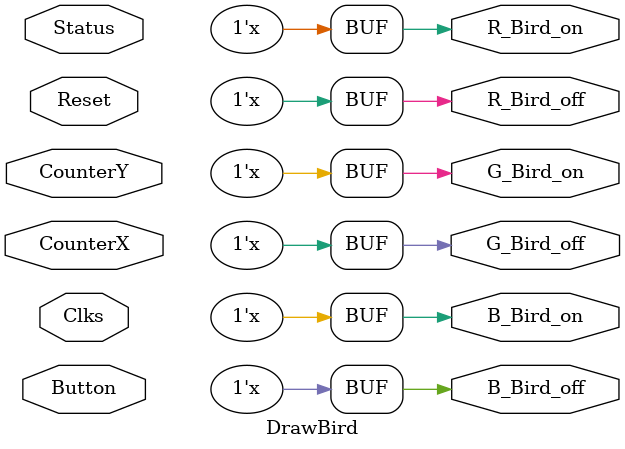
<source format=v>
`timescale 1ns / 1ps

//////////////////////////////////////////////////////////////////////////////////
module DrawBird(input [24:0] Clks,Reset,CounterX,CounterY,Button,Status,output reg R_Bird_on,G_Bird_on,B_Bird_on,R_Bird_off,G_Bird_off,B_Bird_off);
//////////////////////////////////////////////////////////////////////////////////
reg [15:0] BirdPositionX = 100;
reg [15:0] BirdPositionY = 150;
reg [15:0] Gravity = 0;
reg [15:0] ForceUp = 0;
reg [15:0] BirdAnimation = 0;
reg Start = 0;

always @ (posedge Clks[18])
begin
		if (!Reset)
		begin
		BirdPositionX <= 100;
		BirdPositionY <= 150;
		Gravity <= 0;
		ForceUp <= 0;
		Start <= 0;
		end
		else if (Start == 0 && !Button) Start <= 1;
		else if (!Button && BirdPositionY > 8 && Start == 1 && Status == 1) 
			begin
			Gravity <= 0;
			BirdPositionY <= BirdPositionY - ForceUp;
			if (ForceUp<5) ForceUp <= ForceUp + 1;
		end
		else if (BirdPositionY > 385) BirdPositionY <= 390;
		else if ((BirdPositionY < 390 && Start == 1) || Status == 0)
			begin
			ForceUp <= 0;
			BirdPositionY <= BirdPositionY + Gravity;
			if (Gravity<10) Gravity <= Gravity + 1;
			end
		else if(BirdPositionY < 8) BirdPositionY <= 8;
end
//////////////////////////////////////////////////////////////////////////////////
always @ (posedge Clks[20])
begin
		if (BirdAnimation == 2 || !Reset) BirdAnimation <= 0;
		else if (Gravity > 0 && Status == 0) BirdAnimation <= 3;
		else if (Gravity > 0) BirdAnimation <= 0;
		else if (BirdAnimation < 2) BirdAnimation <= BirdAnimation + 1;
end
//////////////////////////////////////////////////////////////////////////////////
reg BirdBlack,BirdWhite,BirdYellow,BirdRed;
always @ (CounterX or CounterY)
begin
if (BirdAnimation == 0)
begin
BirdBlack <= (CounterX>=BirdPositionX+18) && (CounterX<=BirdPositionX+36) && (CounterY>=BirdPositionY+0) && (CounterY<=BirdPositionY+3)

||          (CounterX>=BirdPositionX+12) && (CounterX<=BirdPositionX+18) && (CounterY>=BirdPositionY+3) && (CounterY<=BirdPositionY+6)
||          (CounterX>=BirdPositionX+27) && (CounterX<=BirdPositionX+30) && (CounterY>=BirdPositionY+3) && (CounterY<=BirdPositionY+6)
||          (CounterX>=BirdPositionX+36) && (CounterX<=BirdPositionX+39) && (CounterY>=BirdPositionY+3) && (CounterY<=BirdPositionY+6)

||	(CounterX>=BirdPositionX+9) && (CounterX<=BirdPositionX+12) && (CounterY>=BirdPositionY+6) && (CounterY<=BirdPositionY+9)
||	(CounterX>=BirdPositionX+24) && (CounterX<=BirdPositionX+27) && (CounterY>=BirdPositionY+6) && (CounterY<=BirdPositionY+9)
||	(CounterX>=BirdPositionX+39) && (CounterX<=BirdPositionX+42) && (CounterY>=BirdPositionY+6) && (CounterY<=BirdPositionY+9)

||	(CounterX>=BirdPositionX+3) && (CounterX<=BirdPositionX+15) && (CounterY>=BirdPositionY+9) && (CounterY<=BirdPositionY+12)
||	(CounterX>=BirdPositionX+24) && (CounterX<=BirdPositionX+27) && (CounterY>=BirdPositionY+9) && (CounterY<=BirdPositionY+12)
||	(CounterX>=BirdPositionX+36) && (CounterX<=BirdPositionX+39) && (CounterY>=BirdPositionY+9) && (CounterY<=BirdPositionY+12)
||	(CounterX>=BirdPositionX+42) && (CounterX<=BirdPositionX+45) && (CounterY>=BirdPositionY+9) && (CounterY<=BirdPositionY+12)

||	(CounterX>=BirdPositionX+0) && (CounterX<=BirdPositionX+3) && (CounterY>=BirdPositionY+12) && (CounterY<=BirdPositionY+15)
||	(CounterX>=BirdPositionX+15) && (CounterX<=BirdPositionX+18) && (CounterY>=BirdPositionY+12) && (CounterY<=BirdPositionY+15)
||	(CounterX>=BirdPositionX+24) && (CounterX<=BirdPositionX+27) && (CounterY>=BirdPositionY+12) && (CounterY<=BirdPositionY+15)
||	(CounterX>=BirdPositionX+36) && (CounterX<=BirdPositionX+39) && (CounterY>=BirdPositionY+12) && (CounterY<=BirdPositionY+15)
||	(CounterX>=BirdPositionX+42) && (CounterX<=BirdPositionX+45) && (CounterY>=BirdPositionY+12) && (CounterY<=BirdPositionY+15)

||	(CounterX>=BirdPositionX+0) && (CounterX<=BirdPositionX+3) && (CounterY>=BirdPositionY+15) && (CounterY<=BirdPositionY+18)
||	(CounterX>=BirdPositionX+18) && (CounterX<=BirdPositionX+21) && (CounterY>=BirdPositionY+15) && (CounterY<=BirdPositionY+18)
||	(CounterX>=BirdPositionX+27) && (CounterX<=BirdPositionX+30) && (CounterY>=BirdPositionY+15) && (CounterY<=BirdPositionY+18)
||	(CounterX>=BirdPositionX+42) && (CounterX<=BirdPositionX+45) && (CounterY>=BirdPositionY+15) && (CounterY<=BirdPositionY+18)

||	(CounterX>=BirdPositionX+0) && (CounterX<=BirdPositionX+3) && (CounterY>=BirdPositionY+18) && (CounterY<=BirdPositionY+21)
||	(CounterX>=BirdPositionX+18) && (CounterX<=BirdPositionX+21) && (CounterY>=BirdPositionY+18) && (CounterY<=BirdPositionY+21)
||	(CounterX>=BirdPositionX+30) && (CounterX<=BirdPositionX+48) && (CounterY>=BirdPositionY+18) && (CounterY<=BirdPositionY+21)

||	(CounterX>=BirdPositionX+3) && (CounterX<=BirdPositionX+6) && (CounterY>=BirdPositionY+21) && (CounterY<=BirdPositionY+24)
||	(CounterX>=BirdPositionX+15) && (CounterX<=BirdPositionX+18) && (CounterY>=BirdPositionY+21) && (CounterY<=BirdPositionY+24)
||	(CounterX>=BirdPositionX+27) && (CounterX<=BirdPositionX+30) && (CounterY>=BirdPositionY+21) && (CounterY<=BirdPositionY+24)
||	(CounterX>=BirdPositionX+48) && (CounterX<=BirdPositionX+51) && (CounterY>=BirdPositionY+21) && (CounterY<=BirdPositionY+24)

||	(CounterX>=BirdPositionX+6) && (CounterX<=BirdPositionX+15) && (CounterY>=BirdPositionY+24) && (CounterY<=BirdPositionY+27)
||	(CounterX>=BirdPositionX+24) && (CounterX<=BirdPositionX+27) && (CounterY>=BirdPositionY+24) && (CounterY<=BirdPositionY+27)
||	(CounterX>=BirdPositionX+30) && (CounterX<=BirdPositionX+48) && (CounterY>=BirdPositionY+24) && (CounterY<=BirdPositionY+27)

||	(CounterX>=BirdPositionX+6) && (CounterX<=BirdPositionX+9) && (CounterY>=BirdPositionY+27) && (CounterY<=BirdPositionY+30)
||	(CounterX>=BirdPositionX+27) && (CounterX<=BirdPositionX+30) && (CounterY>=BirdPositionY+27) && (CounterY<=BirdPositionY+30)
||	(CounterX>=BirdPositionX+45) && (CounterX<=BirdPositionX+48) && (CounterY>=BirdPositionY+27) && (CounterY<=BirdPositionY+30)

||	(CounterX>=BirdPositionX+9) && (CounterX<=BirdPositionX+15) && (CounterY>=BirdPositionY+30) && (CounterY<=BirdPositionY+33)
||	(CounterX>=BirdPositionX+30) && (CounterX<=BirdPositionX+45) && (CounterY>=BirdPositionY+30) && (CounterY<=BirdPositionY+33)

||	(CounterX>=BirdPositionX+15) && (CounterX<=BirdPositionX+30) && (CounterY>=BirdPositionY+33) && (CounterY<=BirdPositionY+36); 

BirdWhite <= (CounterX>=BirdPositionX+18) && (CounterX<=BirdPositionX+27) && (CounterY>=BirdPositionY+3) && (CounterY<=BirdPositionY+6)
||          (CounterX>=BirdPositionX+30) && (CounterX<=BirdPositionX+36) && (CounterY>=BirdPositionY+3) && (CounterY<=BirdPositionY+6)

||          (CounterX>=BirdPositionX+12) && (CounterX<=BirdPositionX+18) && (CounterY>=BirdPositionY+6) && (CounterY<=BirdPositionY+9)
||          (CounterX>=BirdPositionX+27) && (CounterX<=BirdPositionX+39) && (CounterY>=BirdPositionY+6) && (CounterY<=BirdPositionY+9)

||          (CounterX>=BirdPositionX+27) && (CounterX<=BirdPositionX+36) && (CounterY>=BirdPositionY+9) && (CounterY<=BirdPositionY+12)
||          (CounterX>=BirdPositionX+39) && (CounterX<=BirdPositionX+42) && (CounterY>=BirdPositionY+9) && (CounterY<=BirdPositionY+12)

||          (CounterX>=BirdPositionX+3) && (CounterX<=BirdPositionX+15) && (CounterY>=BirdPositionY+12) && (CounterY<=BirdPositionY+15)
||          (CounterX>=BirdPositionX+27) && (CounterX<=BirdPositionX+36) && (CounterY>=BirdPositionY+12) && (CounterY<=BirdPositionY+15)
||          (CounterX>=BirdPositionX+39) && (CounterX<=BirdPositionX+42) && (CounterY>=BirdPositionY+12) && (CounterY<=BirdPositionY+15)

||          (CounterX>=BirdPositionX+3) && (CounterX<=BirdPositionX+18) && (CounterY>=BirdPositionY+15) && (CounterY<=BirdPositionY+18)
||          (CounterX>=BirdPositionX+30) && (CounterX<=BirdPositionX+42) && (CounterY>=BirdPositionY+15) && (CounterY<=BirdPositionY+18)

||          (CounterX>=BirdPositionX+6) && (CounterX<=BirdPositionX+15) && (CounterY>=BirdPositionY+18) && (CounterY<=BirdPositionY+21);

BirdYellow <= (CounterX>=BirdPositionX+18) && (CounterX<=BirdPositionX+24) && (CounterY>=BirdPositionY+6) && (CounterY<=BirdPositionY+9)

||          (CounterX>=BirdPositionX+15) && (CounterX<=BirdPositionX+24) && (CounterY>=BirdPositionY+9) && (CounterY<=BirdPositionY+12)

||          (CounterX>=BirdPositionX+18) && (CounterX<=BirdPositionX+24) && (CounterY>=BirdPositionY+12) && (CounterY<=BirdPositionY+15)

||          (CounterX>=BirdPositionX+21) && (CounterX<=BirdPositionX+27) && (CounterY>=BirdPositionY+15) && (CounterY<=BirdPositionY+18)

||          (CounterX>=BirdPositionX+3) && (CounterX<=BirdPositionX+6) && (CounterY>=BirdPositionY+18) && (CounterY<=BirdPositionY+21)
||          (CounterX>=BirdPositionX+15) && (CounterX<=BirdPositionX+18) && (CounterY>=BirdPositionY+18) && (CounterY<=BirdPositionY+21)
||          (CounterX>=BirdPositionX+21) && (CounterX<=BirdPositionX+30) && (CounterY>=BirdPositionY+18) && (CounterY<=BirdPositionY+21)

||          (CounterX>=BirdPositionX+6) && (CounterX<=BirdPositionX+15) && (CounterY>=BirdPositionY+21) && (CounterY<=BirdPositionY+24)
||          (CounterX>=BirdPositionX+18) && (CounterX<=BirdPositionX+27) && (CounterY>=BirdPositionY+21) && (CounterY<=BirdPositionY+24)

||          (CounterX>=BirdPositionX+15) && (CounterX<=BirdPositionX+24) && (CounterY>=BirdPositionY+24) && (CounterY<=BirdPositionY+27)

||          (CounterX>=BirdPositionX+9) && (CounterX<=BirdPositionX+27) && (CounterY>=BirdPositionY+27) && (CounterY<=BirdPositionY+30)

||          (CounterX>=BirdPositionX+15) && (CounterX<=BirdPositionX+30) && (CounterY>=BirdPositionY+30) && (CounterY<=BirdPositionY+33);

BirdRed <= (CounterX>=BirdPositionX+30) && (CounterX<=BirdPositionX+48) && (CounterY>=BirdPositionY+21) && (CounterY<=BirdPositionY+24)

||          (CounterX>=BirdPositionX+27) && (CounterX<=BirdPositionX+30) && (CounterY>=BirdPositionY+24) && (CounterY<=BirdPositionY+27)

||          (CounterX>=BirdPositionX+30) && (CounterX<=BirdPositionX+45) && (CounterY>=BirdPositionY+27) && (CounterY<=BirdPositionY+30);
end

///////////////////////////////////////////////////////////////////////////////////////////////////////////////////////////////////////////

else if (BirdAnimation == 1)
begin
BirdBlack <= (CounterX>=BirdPositionX+18) && (CounterX<=BirdPositionX+36) && (CounterY>=BirdPositionY+0) && (CounterY<=BirdPositionY+3)

||          (CounterX>=BirdPositionX+12) && (CounterX<=BirdPositionX+18) && (CounterY>=BirdPositionY+3) && (CounterY<=BirdPositionY+6)
||          (CounterX>=BirdPositionX+27) && (CounterX<=BirdPositionX+30) && (CounterY>=BirdPositionY+3) && (CounterY<=BirdPositionY+6)
||          (CounterX>=BirdPositionX+36) && (CounterX<=BirdPositionX+39) && (CounterY>=BirdPositionY+3) && (CounterY<=BirdPositionY+6)

||	(CounterX>=BirdPositionX+9) && (CounterX<=BirdPositionX+12) && (CounterY>=BirdPositionY+6) && (CounterY<=BirdPositionY+9)
||	(CounterX>=BirdPositionX+24) && (CounterX<=BirdPositionX+27) && (CounterY>=BirdPositionY+6) && (CounterY<=BirdPositionY+9)
||	(CounterX>=BirdPositionX+39) && (CounterX<=BirdPositionX+42) && (CounterY>=BirdPositionY+6) && (CounterY<=BirdPositionY+9)

||	(CounterX>=BirdPositionX+6) && (CounterX<=BirdPositionX+9) && (CounterY>=BirdPositionY+9) && (CounterY<=BirdPositionY+12)
||	(CounterX>=BirdPositionX+24) && (CounterX<=BirdPositionX+27) && (CounterY>=BirdPositionY+9) && (CounterY<=BirdPositionY+12)
||	(CounterX>=BirdPositionX+36) && (CounterX<=BirdPositionX+39) && (CounterY>=BirdPositionY+9) && (CounterY<=BirdPositionY+12)
||	(CounterX>=BirdPositionX+42) && (CounterX<=BirdPositionX+45) && (CounterY>=BirdPositionY+9) && (CounterY<=BirdPositionY+12)

||	(CounterX>=BirdPositionX+3) && (CounterX<=BirdPositionX+18) && (CounterY>=BirdPositionY+12) && (CounterY<=BirdPositionY+15)
||	(CounterX>=BirdPositionX+24) && (CounterX<=BirdPositionX+27) && (CounterY>=BirdPositionY+12) && (CounterY<=BirdPositionY+15)
||	(CounterX>=BirdPositionX+36) && (CounterX<=BirdPositionX+39) && (CounterY>=BirdPositionY+12) && (CounterY<=BirdPositionY+15)
||	(CounterX>=BirdPositionX+42) && (CounterX<=BirdPositionX+45) && (CounterY>=BirdPositionY+12) && (CounterY<=BirdPositionY+15)

||	(CounterX>=BirdPositionX+0) && (CounterX<=BirdPositionX+3) && (CounterY>=BirdPositionY+15) && (CounterY<=BirdPositionY+18)
||	(CounterX>=BirdPositionX+18) && (CounterX<=BirdPositionX+21) && (CounterY>=BirdPositionY+15) && (CounterY<=BirdPositionY+18)
||	(CounterX>=BirdPositionX+27) && (CounterX<=BirdPositionX+30) && (CounterY>=BirdPositionY+15) && (CounterY<=BirdPositionY+18)
||	(CounterX>=BirdPositionX+42) && (CounterX<=BirdPositionX+45) && (CounterY>=BirdPositionY+15) && (CounterY<=BirdPositionY+18)

||	(CounterX>=BirdPositionX+0) && (CounterX<=BirdPositionX+3) && (CounterY>=BirdPositionY+18) && (CounterY<=BirdPositionY+21)
||	(CounterX>=BirdPositionX+18) && (CounterX<=BirdPositionX+21) && (CounterY>=BirdPositionY+18) && (CounterY<=BirdPositionY+21)
||	(CounterX>=BirdPositionX+30) && (CounterX<=BirdPositionX+48) && (CounterY>=BirdPositionY+18) && (CounterY<=BirdPositionY+21)

||	(CounterX>=BirdPositionX+3) && (CounterX<=BirdPositionX+18) && (CounterY>=BirdPositionY+21) && (CounterY<=BirdPositionY+24)
||	(CounterX>=BirdPositionX+27) && (CounterX<=BirdPositionX+30) && (CounterY>=BirdPositionY+21) && (CounterY<=BirdPositionY+24)
||	(CounterX>=BirdPositionX+48) && (CounterX<=BirdPositionX+51) && (CounterY>=BirdPositionY+21) && (CounterY<=BirdPositionY+24)

||	(CounterX>=BirdPositionX+6) && (CounterX<=BirdPositionX+9) && (CounterY>=BirdPositionY+24) && (CounterY<=BirdPositionY+27)
||	(CounterX>=BirdPositionX+24) && (CounterX<=BirdPositionX+27) && (CounterY>=BirdPositionY+24) && (CounterY<=BirdPositionY+27)
||	(CounterX>=BirdPositionX+30) && (CounterX<=BirdPositionX+48) && (CounterY>=BirdPositionY+24) && (CounterY<=BirdPositionY+27)

||	(CounterX>=BirdPositionX+6) && (CounterX<=BirdPositionX+9) && (CounterY>=BirdPositionY+27) && (CounterY<=BirdPositionY+30)
||	(CounterX>=BirdPositionX+27) && (CounterX<=BirdPositionX+30) && (CounterY>=BirdPositionY+27) && (CounterY<=BirdPositionY+30)
||	(CounterX>=BirdPositionX+45) && (CounterX<=BirdPositionX+48) && (CounterY>=BirdPositionY+27) && (CounterY<=BirdPositionY+30)

||	(CounterX>=BirdPositionX+9) && (CounterX<=BirdPositionX+15) && (CounterY>=BirdPositionY+30) && (CounterY<=BirdPositionY+33)
||	(CounterX>=BirdPositionX+30) && (CounterX<=BirdPositionX+45) && (CounterY>=BirdPositionY+30) && (CounterY<=BirdPositionY+33)

||	(CounterX>=BirdPositionX+15) && (CounterX<=BirdPositionX+30) && (CounterY>=BirdPositionY+33) && (CounterY<=BirdPositionY+36);

BirdWhite <= (CounterX>=BirdPositionX+18) && (CounterX<=BirdPositionX+27) && (CounterY>=BirdPositionY+3) && (CounterY<=BirdPositionY+6)
||          (CounterX>=BirdPositionX+30) && (CounterX<=BirdPositionX+36) && (CounterY>=BirdPositionY+3) && (CounterY<=BirdPositionY+6)

||          (CounterX>=BirdPositionX+12) && (CounterX<=BirdPositionX+18) && (CounterY>=BirdPositionY+6) && (CounterY<=BirdPositionY+9)
||          (CounterX>=BirdPositionX+27) && (CounterX<=BirdPositionX+39) && (CounterY>=BirdPositionY+6) && (CounterY<=BirdPositionY+9)

||          (CounterX>=BirdPositionX+27) && (CounterX<=BirdPositionX+36) && (CounterY>=BirdPositionY+9) && (CounterY<=BirdPositionY+12)
||          (CounterX>=BirdPositionX+39) && (CounterX<=BirdPositionX+42) && (CounterY>=BirdPositionY+9) && (CounterY<=BirdPositionY+12)

||          (CounterX>=BirdPositionX+27) && (CounterX<=BirdPositionX+36) && (CounterY>=BirdPositionY+12) && (CounterY<=BirdPositionY+15)
||          (CounterX>=BirdPositionX+39) && (CounterX<=BirdPositionX+42) && (CounterY>=BirdPositionY+12) && (CounterY<=BirdPositionY+15)

||          (CounterX>=BirdPositionX+3) && (CounterX<=BirdPositionX+18) && (CounterY>=BirdPositionY+15) && (CounterY<=BirdPositionY+18)
||          (CounterX>=BirdPositionX+30) && (CounterX<=BirdPositionX+42) && (CounterY>=BirdPositionY+15) && (CounterY<=BirdPositionY+18)

||          (CounterX>=BirdPositionX+6) && (CounterX<=BirdPositionX+15) && (CounterY>=BirdPositionY+18) && (CounterY<=BirdPositionY+21);

BirdYellow <= (CounterX>=BirdPositionX+18) && (CounterX<=BirdPositionX+24) && (CounterY>=BirdPositionY+6) && (CounterY<=BirdPositionY+9)

||          (CounterX>=BirdPositionX+9) && (CounterX<=BirdPositionX+24) && (CounterY>=BirdPositionY+9) && (CounterY<=BirdPositionY+12)

||          (CounterX>=BirdPositionX+18) && (CounterX<=BirdPositionX+24) && (CounterY>=BirdPositionY+12) && (CounterY<=BirdPositionY+15)

||          (CounterX>=BirdPositionX+21) && (CounterX<=BirdPositionX+27) && (CounterY>=BirdPositionY+15) && (CounterY<=BirdPositionY+18)

||          (CounterX>=BirdPositionX+3) && (CounterX<=BirdPositionX+6) && (CounterY>=BirdPositionY+18) && (CounterY<=BirdPositionY+21)
||          (CounterX>=BirdPositionX+15) && (CounterX<=BirdPositionX+18) && (CounterY>=BirdPositionY+18) && (CounterY<=BirdPositionY+21)
||          (CounterX>=BirdPositionX+21) && (CounterX<=BirdPositionX+30) && (CounterY>=BirdPositionY+18) && (CounterY<=BirdPositionY+21)

||          (CounterX>=BirdPositionX+18) && (CounterX<=BirdPositionX+27) && (CounterY>=BirdPositionY+21) && (CounterY<=BirdPositionY+24)

||          (CounterX>=BirdPositionX+9) && (CounterX<=BirdPositionX+24) && (CounterY>=BirdPositionY+24) && (CounterY<=BirdPositionY+27)

||          (CounterX>=BirdPositionX+9) && (CounterX<=BirdPositionX+27) && (CounterY>=BirdPositionY+27) && (CounterY<=BirdPositionY+30)

||          (CounterX>=BirdPositionX+15) && (CounterX<=BirdPositionX+30) && (CounterY>=BirdPositionY+30) && (CounterY<=BirdPositionY+33);

BirdRed <= (CounterX>=BirdPositionX+30) && (CounterX<=BirdPositionX+48) && (CounterY>=BirdPositionY+21) && (CounterY<=BirdPositionY+24)

||          (CounterX>=BirdPositionX+27) && (CounterX<=BirdPositionX+30) && (CounterY>=BirdPositionY+24) && (CounterY<=BirdPositionY+27)

||          (CounterX>=BirdPositionX+30) && (CounterX<=BirdPositionX+45) && (CounterY>=BirdPositionY+27) && (CounterY<=BirdPositionY+30);
end

////////////////////////////////////////////////////////////////////////////////////////////////////////////////////////////////////////////
else if (BirdAnimation==2)begin
BirdBlack <= (CounterX>=BirdPositionX+18) && (CounterX<=BirdPositionX+36) && (CounterY>=BirdPositionY+0) && (CounterY<=BirdPositionY+3)

||          (CounterX>=BirdPositionX+12) && (CounterX<=BirdPositionX+18) && (CounterY>=BirdPositionY+3) && (CounterY<=BirdPositionY+6)
||          (CounterX>=BirdPositionX+27) && (CounterX<=BirdPositionX+30) && (CounterY>=BirdPositionY+3) && (CounterY<=BirdPositionY+6)
||          (CounterX>=BirdPositionX+36) && (CounterX<=BirdPositionX+39) && (CounterY>=BirdPositionY+3) && (CounterY<=BirdPositionY+6)

||	(CounterX>=BirdPositionX+9) && (CounterX<=BirdPositionX+12) && (CounterY>=BirdPositionY+6) && (CounterY<=BirdPositionY+9)
||	(CounterX>=BirdPositionX+24) && (CounterX<=BirdPositionX+27) && (CounterY>=BirdPositionY+6) && (CounterY<=BirdPositionY+9)
||	(CounterX>=BirdPositionX+39) && (CounterX<=BirdPositionX+42) && (CounterY>=BirdPositionY+6) && (CounterY<=BirdPositionY+9)

||	(CounterX>=BirdPositionX+6) && (CounterX<=BirdPositionX+9) && (CounterY>=BirdPositionY+9) && (CounterY<=BirdPositionY+12)
||	(CounterX>=BirdPositionX+24) && (CounterX<=BirdPositionX+27) && (CounterY>=BirdPositionY+9) && (CounterY<=BirdPositionY+12)
||	(CounterX>=BirdPositionX+36) && (CounterX<=BirdPositionX+39) && (CounterY>=BirdPositionY+9) && (CounterY<=BirdPositionY+12)
||	(CounterX>=BirdPositionX+42) && (CounterX<=BirdPositionX+45) && (CounterY>=BirdPositionY+9) && (CounterY<=BirdPositionY+12)

||	(CounterX>=BirdPositionX+3) && (CounterX<=BirdPositionX+6) && (CounterY>=BirdPositionY+12) && (CounterY<=BirdPositionY+15)
||	(CounterX>=BirdPositionX+24) && (CounterX<=BirdPositionX+27) && (CounterY>=BirdPositionY+12) && (CounterY<=BirdPositionY+15)
||	(CounterX>=BirdPositionX+36) && (CounterX<=BirdPositionX+39) && (CounterY>=BirdPositionY+12) && (CounterY<=BirdPositionY+15)
||	(CounterX>=BirdPositionX+42) && (CounterX<=BirdPositionX+45) && (CounterY>=BirdPositionY+12) && (CounterY<=BirdPositionY+15)

||	(CounterX>=BirdPositionX+3) && (CounterX<=BirdPositionX+6) && (CounterY>=BirdPositionY+15) && (CounterY<=BirdPositionY+18)
||	(CounterX>=BirdPositionX+27) && (CounterX<=BirdPositionX+30) && (CounterY>=BirdPositionY+15) && (CounterY<=BirdPositionY+18)
||	(CounterX>=BirdPositionX+42) && (CounterX<=BirdPositionX+45) && (CounterY>=BirdPositionY+15) && (CounterY<=BirdPositionY+18)

||	(CounterX>=BirdPositionX+3) && (CounterX<=BirdPositionX+18) && (CounterY>=BirdPositionY+18) && (CounterY<=BirdPositionY+21)
||	(CounterX>=BirdPositionX+30) && (CounterX<=BirdPositionX+48) && (CounterY>=BirdPositionY+18) && (CounterY<=BirdPositionY+21)

||	(CounterX>=BirdPositionX+0) && (CounterX<=BirdPositionX+3) && (CounterY>=BirdPositionY+21) && (CounterY<=BirdPositionY+24)
||	(CounterX>=BirdPositionX+18) && (CounterX<=BirdPositionX+21) && (CounterY>=BirdPositionY+21) && (CounterY<=BirdPositionY+24)
||	(CounterX>=BirdPositionX+27) && (CounterX<=BirdPositionX+30) && (CounterY>=BirdPositionY+21) && (CounterY<=BirdPositionY+24)
||	(CounterX>=BirdPositionX+48) && (CounterX<=BirdPositionX+51) && (CounterY>=BirdPositionY+21) && (CounterY<=BirdPositionY+24)

||	(CounterX>=BirdPositionX+0) && (CounterX<=BirdPositionX+3) && (CounterY>=BirdPositionY+24) && (CounterY<=BirdPositionY+27)
||	(CounterX>=BirdPositionX+15) && (CounterX<=BirdPositionX+18) && (CounterY>=BirdPositionY+24) && (CounterY<=BirdPositionY+27)
||	(CounterX>=BirdPositionX+24) && (CounterX<=BirdPositionX+27) && (CounterY>=BirdPositionY+24) && (CounterY<=BirdPositionY+27)
||	(CounterX>=BirdPositionX+30) && (CounterX<=BirdPositionX+48) && (CounterY>=BirdPositionY+24) && (CounterY<=BirdPositionY+27)

||	(CounterX>=BirdPositionX+0) && (CounterX<=BirdPositionX+3) && (CounterY>=BirdPositionY+27) && (CounterY<=BirdPositionY+30)
||	(CounterX>=BirdPositionX+12) && (CounterX<=BirdPositionX+15) && (CounterY>=BirdPositionY+27) && (CounterY<=BirdPositionY+30)
||	(CounterX>=BirdPositionX+27) && (CounterX<=BirdPositionX+30) && (CounterY>=BirdPositionY+27) && (CounterY<=BirdPositionY+30)
||	(CounterX>=BirdPositionX+45) && (CounterX<=BirdPositionX+48) && (CounterY>=BirdPositionY+27) && (CounterY<=BirdPositionY+30)

||	(CounterX>=BirdPositionX+3) && (CounterX<=BirdPositionX+15) && (CounterY>=BirdPositionY+30) && (CounterY<=BirdPositionY+33)
||	(CounterX>=BirdPositionX+30) && (CounterX<=BirdPositionX+45) && (CounterY>=BirdPositionY+30) && (CounterY<=BirdPositionY+33)

||	(CounterX>=BirdPositionX+15) && (CounterX<=BirdPositionX+30) && (CounterY>=BirdPositionY+33) && (CounterY<=BirdPositionY+36);

BirdWhite <= (CounterX>=BirdPositionX+18) && (CounterX<=BirdPositionX+27) && (CounterY>=BirdPositionY+3) && (CounterY<=BirdPositionY+6)
||          (CounterX>=BirdPositionX+30) && (CounterX<=BirdPositionX+36) && (CounterY>=BirdPositionY+3) && (CounterY<=BirdPositionY+6)

||          (CounterX>=BirdPositionX+12) && (CounterX<=BirdPositionX+18) && (CounterY>=BirdPositionY+6) && (CounterY<=BirdPositionY+9)
||          (CounterX>=BirdPositionX+27) && (CounterX<=BirdPositionX+39) && (CounterY>=BirdPositionY+6) && (CounterY<=BirdPositionY+9)

||          (CounterX>=BirdPositionX+27) && (CounterX<=BirdPositionX+36) && (CounterY>=BirdPositionY+9) && (CounterY<=BirdPositionY+12)
||          (CounterX>=BirdPositionX+39) && (CounterX<=BirdPositionX+42) && (CounterY>=BirdPositionY+9) && (CounterY<=BirdPositionY+12)

||          (CounterX>=BirdPositionX+27) && (CounterX<=BirdPositionX+36) && (CounterY>=BirdPositionY+12) && (CounterY<=BirdPositionY+15)
||          (CounterX>=BirdPositionX+39) && (CounterX<=BirdPositionX+42) && (CounterY>=BirdPositionY+12) && (CounterY<=BirdPositionY+15)

||          (CounterX>=BirdPositionX+30) && (CounterX<=BirdPositionX+42) && (CounterY>=BirdPositionY+15) && (CounterY<=BirdPositionY+18)

||          (CounterX>=BirdPositionX+6) && (CounterX<=BirdPositionX+15) && (CounterY>=BirdPositionY+21) && (CounterY<=BirdPositionY+24)

||          (CounterX>=BirdPositionX+3) && (CounterX<=BirdPositionX+15) && (CounterY>=BirdPositionY+24) && (CounterY<=BirdPositionY+27)

||          (CounterX>=BirdPositionX+3) && (CounterX<=BirdPositionX+9) && (CounterY>=BirdPositionY+27) && (CounterY<=BirdPositionY+30);

BirdYellow <= (CounterX>=BirdPositionX+18) && (CounterX<=BirdPositionX+24) && (CounterY>=BirdPositionY+6) && (CounterY<=BirdPositionY+9)

||          (CounterX>=BirdPositionX+9) && (CounterX<=BirdPositionX+24) && (CounterY>=BirdPositionY+9) && (CounterY<=BirdPositionY+12)

||          (CounterX>=BirdPositionX+6) && (CounterX<=BirdPositionX+24) && (CounterY>=BirdPositionY+12) && (CounterY<=BirdPositionY+15)

||          (CounterX>=BirdPositionX+6) && (CounterX<=BirdPositionX+30) && (CounterY>=BirdPositionY+15) && (CounterY<=BirdPositionY+18)

||          (CounterX>=BirdPositionX+18) && (CounterX<=BirdPositionX+30) && (CounterY>=BirdPositionY+18) && (CounterY<=BirdPositionY+21)

||          (CounterX>=BirdPositionX+3) && (CounterX<=BirdPositionX+6) && (CounterY>=BirdPositionY+21) && (CounterY<=BirdPositionY+24)
||          (CounterX>=BirdPositionX+15) && (CounterX<=BirdPositionX+18) && (CounterY>=BirdPositionY+21) && (CounterY<=BirdPositionY+24)
||          (CounterX>=BirdPositionX+21) && (CounterX<=BirdPositionX+27) && (CounterY>=BirdPositionY+21) && (CounterY<=BirdPositionY+24)

||          (CounterX>=BirdPositionX+18) && (CounterX<=BirdPositionX+24) && (CounterY>=BirdPositionY+24) && (CounterY<=BirdPositionY+27)

||          (CounterX>=BirdPositionX+9) && (CounterX<=BirdPositionX+12) && (CounterY>=BirdPositionY+27) && (CounterY<=BirdPositionY+30)
||          (CounterX>=BirdPositionX+15) && (CounterX<=BirdPositionX+27) && (CounterY>=BirdPositionY+27) && (CounterY<=BirdPositionY+30)

||          (CounterX>=BirdPositionX+15) && (CounterX<=BirdPositionX+30) && (CounterY>=BirdPositionY+30) && (CounterY<=BirdPositionY+33);

BirdRed <= (CounterX>=BirdPositionX+30) && (CounterX<=BirdPositionX+48) && (CounterY>=BirdPositionY+21) && (CounterY<=BirdPositionY+24)

||          (CounterX>=BirdPositionX+27) && (CounterX<=BirdPositionX+30) && (CounterY>=BirdPositionY+24) && (CounterY<=BirdPositionY+27)

||          (CounterX>=BirdPositionX+30) && (CounterX<=BirdPositionX+45) && (CounterY>=BirdPositionY+27) && (CounterY<=BirdPositionY+30);
end

else if (BirdAnimation==3)begin
BirdBlack <= (CounterX>=BirdPositionX+18) && (CounterX<=BirdPositionX+36) && (CounterY>=BirdPositionY+0) && (CounterY<=BirdPositionY+3)

||          (CounterX>=BirdPositionX+12) && (CounterX<=BirdPositionX+18) && (CounterY>=BirdPositionY+3) && (CounterY<=BirdPositionY+6)
||          (CounterX>=BirdPositionX+27) && (CounterX<=BirdPositionX+30) && (CounterY>=BirdPositionY+3) && (CounterY<=BirdPositionY+6)
||          (CounterX>=BirdPositionX+36) && (CounterX<=BirdPositionX+39) && (CounterY>=BirdPositionY+3) && (CounterY<=BirdPositionY+6)

||	(CounterX>=BirdPositionX+9) && (CounterX<=BirdPositionX+12) && (CounterY>=BirdPositionY+6) && (CounterY<=BirdPositionY+9)
||	(CounterX>=BirdPositionX+24) && (CounterX<=BirdPositionX+27) && (CounterY>=BirdPositionY+6) && (CounterY<=BirdPositionY+9)
||	(CounterX>=BirdPositionX+39) && (CounterX<=BirdPositionX+42) && (CounterY>=BirdPositionY+6) && (CounterY<=BirdPositionY+9)

||	(CounterX>=BirdPositionX+6) && (CounterX<=BirdPositionX+9) && (CounterY>=BirdPositionY+9) && (CounterY<=BirdPositionY+12)
||	(CounterX>=BirdPositionX+24) && (CounterX<=BirdPositionX+27) && (CounterY>=BirdPositionY+9) && (CounterY<=BirdPositionY+12)
||	(CounterX>=BirdPositionX+30) && (CounterX<=BirdPositionX+39) && (CounterY>=BirdPositionY+9) && (CounterY<=BirdPositionY+12)
||	(CounterX>=BirdPositionX+42) && (CounterX<=BirdPositionX+45) && (CounterY>=BirdPositionY+9) && (CounterY<=BirdPositionY+12)

||	(CounterX>=BirdPositionX+3) && (CounterX<=BirdPositionX+6) && (CounterY>=BirdPositionY+12) && (CounterY<=BirdPositionY+15)
||	(CounterX>=BirdPositionX+24) && (CounterX<=BirdPositionX+27) && (CounterY>=BirdPositionY+12) && (CounterY<=BirdPositionY+15)
||	(CounterX>=BirdPositionX+42) && (CounterX<=BirdPositionX+45) && (CounterY>=BirdPositionY+12) && (CounterY<=BirdPositionY+15)

||	(CounterX>=BirdPositionX+3) && (CounterX<=BirdPositionX+6) && (CounterY>=BirdPositionY+15) && (CounterY<=BirdPositionY+18)
||	(CounterX>=BirdPositionX+27) && (CounterX<=BirdPositionX+30) && (CounterY>=BirdPositionY+15) && (CounterY<=BirdPositionY+18)
||	(CounterX>=BirdPositionX+42) && (CounterX<=BirdPositionX+45) && (CounterY>=BirdPositionY+15) && (CounterY<=BirdPositionY+18)

||	(CounterX>=BirdPositionX+3) && (CounterX<=BirdPositionX+18) && (CounterY>=BirdPositionY+18) && (CounterY<=BirdPositionY+21)
||	(CounterX>=BirdPositionX+30) && (CounterX<=BirdPositionX+48) && (CounterY>=BirdPositionY+18) && (CounterY<=BirdPositionY+21)

||	(CounterX>=BirdPositionX+0) && (CounterX<=BirdPositionX+3) && (CounterY>=BirdPositionY+21) && (CounterY<=BirdPositionY+24)
||	(CounterX>=BirdPositionX+18) && (CounterX<=BirdPositionX+21) && (CounterY>=BirdPositionY+21) && (CounterY<=BirdPositionY+24)
||	(CounterX>=BirdPositionX+27) && (CounterX<=BirdPositionX+30) && (CounterY>=BirdPositionY+21) && (CounterY<=BirdPositionY+24)
||	(CounterX>=BirdPositionX+48) && (CounterX<=BirdPositionX+51) && (CounterY>=BirdPositionY+21) && (CounterY<=BirdPositionY+24)

||	(CounterX>=BirdPositionX+0) && (CounterX<=BirdPositionX+3) && (CounterY>=BirdPositionY+24) && (CounterY<=BirdPositionY+27)
||	(CounterX>=BirdPositionX+15) && (CounterX<=BirdPositionX+18) && (CounterY>=BirdPositionY+24) && (CounterY<=BirdPositionY+27)
||	(CounterX>=BirdPositionX+24) && (CounterX<=BirdPositionX+27) && (CounterY>=BirdPositionY+24) && (CounterY<=BirdPositionY+27)
||	(CounterX>=BirdPositionX+30) && (CounterX<=BirdPositionX+48) && (CounterY>=BirdPositionY+24) && (CounterY<=BirdPositionY+27)

||	(CounterX>=BirdPositionX+0) && (CounterX<=BirdPositionX+3) && (CounterY>=BirdPositionY+27) && (CounterY<=BirdPositionY+30)
||	(CounterX>=BirdPositionX+12) && (CounterX<=BirdPositionX+15) && (CounterY>=BirdPositionY+27) && (CounterY<=BirdPositionY+30)
||	(CounterX>=BirdPositionX+27) && (CounterX<=BirdPositionX+30) && (CounterY>=BirdPositionY+27) && (CounterY<=BirdPositionY+30)
||	(CounterX>=BirdPositionX+45) && (CounterX<=BirdPositionX+48) && (CounterY>=BirdPositionY+27) && (CounterY<=BirdPositionY+30)

||	(CounterX>=BirdPositionX+3) && (CounterX<=BirdPositionX+15) && (CounterY>=BirdPositionY+30) && (CounterY<=BirdPositionY+33)
||	(CounterX>=BirdPositionX+30) && (CounterX<=BirdPositionX+45) && (CounterY>=BirdPositionY+30) && (CounterY<=BirdPositionY+33)

||	(CounterX>=BirdPositionX+15) && (CounterX<=BirdPositionX+30) && (CounterY>=BirdPositionY+33) && (CounterY<=BirdPositionY+36);

BirdWhite <= (CounterX>=BirdPositionX+18) && (CounterX<=BirdPositionX+27) && (CounterY>=BirdPositionY+3) && (CounterY<=BirdPositionY+6)
||          (CounterX>=BirdPositionX+30) && (CounterX<=BirdPositionX+36) && (CounterY>=BirdPositionY+3) && (CounterY<=BirdPositionY+6)

||          (CounterX>=BirdPositionX+12) && (CounterX<=BirdPositionX+18) && (CounterY>=BirdPositionY+6) && (CounterY<=BirdPositionY+9)
||          (CounterX>=BirdPositionX+27) && (CounterX<=BirdPositionX+39) && (CounterY>=BirdPositionY+6) && (CounterY<=BirdPositionY+9)

||          (CounterX>=BirdPositionX+27) && (CounterX<=BirdPositionX+30) && (CounterY>=BirdPositionY+9) && (CounterY<=BirdPositionY+12)
||          (CounterX>=BirdPositionX+39) && (CounterX<=BirdPositionX+42) && (CounterY>=BirdPositionY+9) && (CounterY<=BirdPositionY+12)

||          (CounterX>=BirdPositionX+27) && (CounterX<=BirdPositionX+42) && (CounterY>=BirdPositionY+12) && (CounterY<=BirdPositionY+15)

||          (CounterX>=BirdPositionX+30) && (CounterX<=BirdPositionX+42) && (CounterY>=BirdPositionY+15) && (CounterY<=BirdPositionY+18)

||          (CounterX>=BirdPositionX+6) && (CounterX<=BirdPositionX+15) && (CounterY>=BirdPositionY+21) && (CounterY<=BirdPositionY+24)

||          (CounterX>=BirdPositionX+3) && (CounterX<=BirdPositionX+15) && (CounterY>=BirdPositionY+24) && (CounterY<=BirdPositionY+27)

||          (CounterX>=BirdPositionX+3) && (CounterX<=BirdPositionX+9) && (CounterY>=BirdPositionY+27) && (CounterY<=BirdPositionY+30);

BirdYellow <= (CounterX>=BirdPositionX+18) && (CounterX<=BirdPositionX+24) && (CounterY>=BirdPositionY+6) && (CounterY<=BirdPositionY+9)

||          (CounterX>=BirdPositionX+9) && (CounterX<=BirdPositionX+24) && (CounterY>=BirdPositionY+9) && (CounterY<=BirdPositionY+12)

||          (CounterX>=BirdPositionX+6) && (CounterX<=BirdPositionX+24) && (CounterY>=BirdPositionY+12) && (CounterY<=BirdPositionY+15)

||          (CounterX>=BirdPositionX+6) && (CounterX<=BirdPositionX+30) && (CounterY>=BirdPositionY+15) && (CounterY<=BirdPositionY+18)

||          (CounterX>=BirdPositionX+18) && (CounterX<=BirdPositionX+30) && (CounterY>=BirdPositionY+18) && (CounterY<=BirdPositionY+21)

||          (CounterX>=BirdPositionX+3) && (CounterX<=BirdPositionX+6) && (CounterY>=BirdPositionY+21) && (CounterY<=BirdPositionY+24)
||          (CounterX>=BirdPositionX+15) && (CounterX<=BirdPositionX+18) && (CounterY>=BirdPositionY+21) && (CounterY<=BirdPositionY+24)
||          (CounterX>=BirdPositionX+21) && (CounterX<=BirdPositionX+27) && (CounterY>=BirdPositionY+21) && (CounterY<=BirdPositionY+24)

||          (CounterX>=BirdPositionX+18) && (CounterX<=BirdPositionX+24) && (CounterY>=BirdPositionY+24) && (CounterY<=BirdPositionY+27)

||          (CounterX>=BirdPositionX+9) && (CounterX<=BirdPositionX+12) && (CounterY>=BirdPositionY+27) && (CounterY<=BirdPositionY+30)
||          (CounterX>=BirdPositionX+15) && (CounterX<=BirdPositionX+27) && (CounterY>=BirdPositionY+27) && (CounterY<=BirdPositionY+30)

||          (CounterX>=BirdPositionX+15) && (CounterX<=BirdPositionX+30) && (CounterY>=BirdPositionY+30) && (CounterY<=BirdPositionY+33);

BirdRed <= (CounterX>=BirdPositionX+30) && (CounterX<=BirdPositionX+48) && (CounterY>=BirdPositionY+21) && (CounterY<=BirdPositionY+24)

||          (CounterX>=BirdPositionX+27) && (CounterX<=BirdPositionX+30) && (CounterY>=BirdPositionY+24) && (CounterY<=BirdPositionY+27)

||          (CounterX>=BirdPositionX+30) && (CounterX<=BirdPositionX+45) && (CounterY>=BirdPositionY+27) && (CounterY<=BirdPositionY+30);
end
////////////////////////////////////////////////////////////////////////////////////////////////////////////////////////////////////////////
R_Bird_on = BirdWhite | BirdRed | BirdYellow;
G_Bird_on =	BirdWhite | BirdYellow;
B_Bird_on =	BirdWhite;

R_Bird_off = BirdBlack;
G_Bird_off = BirdRed | BirdBlack;
B_Bird_off = BirdRed | BirdYellow | BirdBlack;

end
endmodule

</source>
